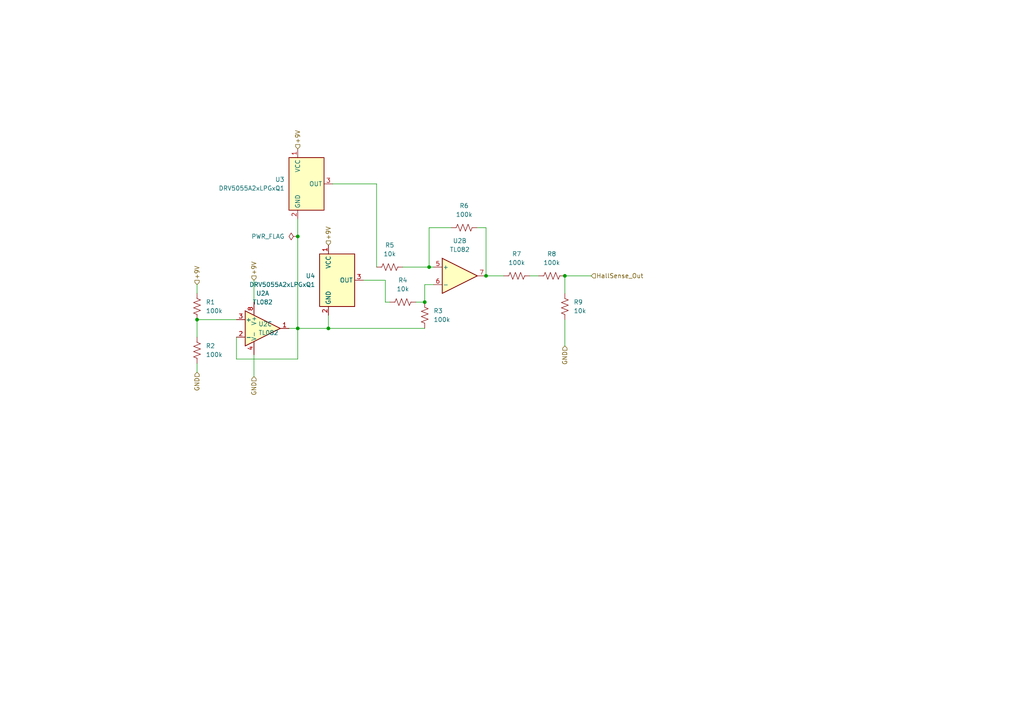
<source format=kicad_sch>
(kicad_sch (version 20250114) (generator "eeschema") (generator_version "9.0")
  (paper "A4")
  (lib_symbols
    (symbol "Amplifier_Operational:TL082" (pin_names (offset 0.127))
      (property "Reference" "U" (at 0 5.08 0))
      (property "Value" "TL082" (at 0 -5.08 0))
      (symbol "TL082_1_1"
        (polyline (pts (xy -5.08 5.08) (xy 5.08 0) (xy -5.08 -5.08) (xy -5.08 5.08)) (stroke (width 0.254)) (fill (type background)))
        (pin input line (at -7.62 2.54 0) (length 2.54) (name "+") (number "3"))
        (pin input line (at -7.62 -2.54 0) (length 2.54) (name "-") (number "2"))
        (pin output line (at 7.62 0 180) (length 2.54) (name "~") (number "1"))
      )
      (symbol "TL082_2_1"
        (polyline (pts (xy -5.08 5.08) (xy 5.08 0) (xy -5.08 -5.08) (xy -5.08 5.08)) (stroke (width 0.254)) (fill (type background)))
        (pin input line (at -7.62 2.54 0) (length 2.54) (name "+") (number "5"))
        (pin input line (at -7.62 -2.54 0) (length 2.54) (name "-") (number "6"))
        (pin output line (at 7.62 0 180) (length 2.54) (name "~") (number "7"))
      )
      (symbol "TL082_3_1"
        (pin power_in line (at -2.54 7.62 270) (length 3.81) (name "V+") (number "8"))
        (pin power_in line (at -2.54 -7.62 90) (length 3.81) (name "V-") (number "4"))
      )
    )
    (symbol "GS_Resistor_0402:R_0402_100k" (pin_numbers (hide yes)) (pin_names (offset 0))
      (property "Reference" "R" (at 2.54 0 90))
      (property "Value" "100k" (at -2.54 0 90))
      (symbol "R_0402_100k_0_1"
        (polyline (pts (xy 0 2.286) (xy 0 2.54)))
        (polyline (pts (xy 0 2.286) (xy 1.016 1.905) (xy 0 1.524) (xy -1.016 1.143) (xy 0 0.762)))
        (polyline (pts (xy 0 0.762) (xy 1.016 0.381) (xy 0 0) (xy -1.016 -0.381) (xy 0 -0.762)))
        (polyline (pts (xy 0 -0.762) (xy 1.016 -1.143) (xy 0 -1.524) (xy -1.016 -1.905) (xy 0 -2.286)))
        (polyline (pts (xy 0 -2.286) (xy 0 -2.54)))
      )
      (symbol "R_0402_100k_1_1"
        (pin passive line (at 0 3.81 270) (length 1.27) (name "~") (number "1"))
        (pin passive line (at 0 -3.81 90) (length 1.27) (name "~") (number "2"))
      )
    )
    (symbol "GS_Resistor_0402:R_0402_10k" (pin_numbers (hide yes)) (pin_names (offset 0))
      (property "Reference" "R" (at 2.54 0 90))
      (property "Value" "10k" (at -2.54 0 90))
      (symbol "R_0402_10k_0_1"
        (polyline (pts (xy 0 2.286) (xy 0 2.54)))
        (polyline (pts (xy 0 2.286) (xy 1.016 1.905) (xy 0 1.524) (xy -1.016 1.143) (xy 0 0.762)))
        (polyline (pts (xy 0 0.762) (xy 1.016 0.381) (xy 0 0) (xy -1.016 -0.381) (xy 0 -0.762)))
        (polyline (pts (xy 0 -0.762) (xy 1.016 -1.143) (xy 0 -1.524) (xy -1.016 -1.905) (xy 0 -2.286)))
        (polyline (pts (xy 0 -2.286) (xy 0 -2.54)))
      )
      (symbol "R_0402_10k_1_1"
        (pin passive line (at 0 3.81 270) (length 1.27) (name "~") (number "1"))
        (pin passive line (at 0 -3.81 90) (length 1.27) (name "~") (number "2"))
      )
    )
    (symbol "Sensor_Magnetic:DRV5055A2xLPGxQ1"
      (property "Reference" "U" (at 5.08 12.7 0))
      (property "Value" "DRV5055A2xLPGxQ1" (at 7.62 10.16 0))
      (symbol "DRV5055A2xLPGxQ1_1_1"
        (rectangle (start -5.08 7.62) (end 5.08 -7.62) (stroke (width 0.254)) (fill (type background)))
        (pin power_in line (at -2.54 10.16 270) (length 2.54) (name "VCC") (number "1"))
        (pin power_in line (at -2.54 -10.16 90) (length 2.54) (name "GND") (number "2"))
        (pin output line (at 7.62 0 180) (length 2.54) (name "OUT") (number "3"))
      )
    )
    (symbol "power:PWR_FLAG" (power) (pin_numbers (hide yes)) (pin_names (offset 0) (hide yes))
      (property "Value" "PWR_FLAG" (at 0 3.81 0))
      (symbol "PWR_FLAG_0_0"
        (pin power_out line (at 0 0 90) (length 0) (name "~") (number "1"))
      )
      (symbol "PWR_FLAG_0_1"
        (polyline (pts (xy 0 0) (xy 0 1.27) (xy -1.016 1.905) (xy 0 2.54) (xy 1.016 1.905) (xy 0 1.27)))
      )
    )
  )
  (junction (at 57.15 92.71))
  (junction (at 163.83 80.01))
  (junction (at 95.25 95.25))
  (junction (at 140.97 80.01))
  (junction (at 86.36 68.58))
  (junction (at 123.19 87.63))
  (junction (at 124.46 77.47))
  (junction (at 86.36 95.25))
  (wire (pts (xy 124.46 77.47) (xy 125.73 77.47)))
  (wire (pts (xy 111.76 81.28) (xy 111.76 87.63)))
  (wire (pts (xy 140.97 66.04) (xy 140.97 80.01)))
  (wire (pts (xy 86.36 63.5) (xy 86.36 68.58)))
  (wire (pts (xy 73.66 81.28) (xy 73.66 87.63)))
  (wire (pts (xy 116.84 77.47) (xy 124.46 77.47)))
  (wire (pts (xy 124.46 66.04) (xy 130.81 66.04)))
  (wire (pts (xy 57.15 82.55) (xy 57.15 85.09)))
  (wire (pts (xy 95.25 91.44) (xy 95.25 95.25)))
  (wire (pts (xy 109.22 53.34) (xy 109.22 77.47)))
  (wire (pts (xy 86.36 95.25) (xy 83.82 95.25)))
  (wire (pts (xy 57.15 92.71) (xy 68.58 92.71)))
  (wire (pts (xy 123.19 82.55) (xy 123.19 87.63)))
  (wire (pts (xy 138.43 66.04) (xy 140.97 66.04)))
  (wire (pts (xy 57.15 105.41) (xy 57.15 107.95)))
  (wire (pts (xy 163.83 92.71) (xy 163.83 100.33)))
  (wire (pts (xy 163.83 80.01) (xy 171.45 80.01)))
  (wire (pts (xy 113.03 87.63) (xy 111.76 87.63)))
  (wire (pts (xy 140.97 80.01) (xy 146.05 80.01)))
  (wire (pts (xy 105.41 81.28) (xy 111.76 81.28)))
  (wire (pts (xy 120.65 87.63) (xy 123.19 87.63)))
  (wire (pts (xy 68.58 104.14) (xy 86.36 104.14)))
  (wire (pts (xy 124.46 77.47) (xy 124.46 66.04)))
  (wire (pts (xy 163.83 80.01) (xy 163.83 85.09)))
  (wire (pts (xy 86.36 68.58) (xy 86.36 95.25)))
  (wire (pts (xy 57.15 92.71) (xy 57.15 97.79)))
  (wire (pts (xy 153.67 80.01) (xy 156.21 80.01)))
  (wire (pts (xy 95.25 95.25) (xy 86.36 95.25)))
  (wire (pts (xy 96.52 53.34) (xy 109.22 53.34)))
  (wire (pts (xy 95.25 95.25) (xy 123.19 95.25)))
  (wire (pts (xy 73.66 109.22) (xy 73.66 102.87)))
  (wire (pts (xy 68.58 104.14) (xy 68.58 97.79)))
  (wire (pts (xy 86.36 104.14) (xy 86.36 95.25)))
  (wire (pts (xy 123.19 82.55) (xy 125.73 82.55)))
  (hierarchical_label "+9V" (shape input) (at 57.15 82.55 90))
  (hierarchical_label "+9V" (shape input) (at 95.25 71.12 90))
  (hierarchical_label "+9V" (shape input) (at 86.36 43.18 90))
  (hierarchical_label "HallSense_Out" (shape input) (at 171.45 80.01 0))
  (hierarchical_label "GND" (shape input) (at 163.83 100.33 270))
  (hierarchical_label "GND" (shape input) (at 57.15 107.95 270))
  (hierarchical_label "+9V" (shape input) (at 73.66 81.28 90))
  (hierarchical_label "GND" (shape input) (at 73.66 109.22 270))
  (symbol (lib_id "GS_Resistor_0402:R_0402_100k") (at 123.19 91.44 0) (unit 1)
    (property "Reference" "R3" (at 125.73 90.1699 0) (effects (justify left)))
    (property "Value" "100k" (at 125.73 92.7099 0) (effects (justify left)))
    (property "Footprint" "Resistor_THT:R_Axial_DIN0309_L9.0mm_D3.2mm_P12.70mm_Horizontal" (effects (hide yes)))
    (property "Datasheet" "https://www.lcsc.com/datasheet/lcsc_datasheet_2205131800_VO-SCR0402J100K_C3017514.pdf" (effects (hide yes)))
    (property "Description" "100k 5% Resistor, 62.5mW Max Power, 50V Max Voltage, 100ppm" (effects (hide yes)))
    (property "Manufacturer" "VO" (effects (hide yes)))
    (property "Mfr. Part #" "SCR0402J100K" (effects (hide yes)))
    (property "LCSC ID" "C3017514" (effects (hide yes)))
    (property "Package" "0402" (effects (hide yes)))
  )
  (symbol (lib_id "GS_Resistor_0402:R_0402_10k") (at 113.03 77.47 90) (unit 1)
    (property "Reference" "R5" (at 113.03 71.12 90))
    (property "Value" "10k" (at 113.03 73.66 90))
    (property "Footprint" "Resistor_THT:R_Axial_DIN0309_L9.0mm_D3.2mm_P12.70mm_Horizontal" (effects (hide yes)))
    (property "Datasheet" "https://www.lcsc.com/datasheet/lcsc_datasheet_2304140030_RALEC-RTT02103JTH_C102759.pdf" (effects (hide yes)))
    (property "Description" "10k 5% Resistor, 62.5mW Max Power, 50V Max Voltage, 100ppm" (effects (hide yes)))
    (property "Manufacturer" "RALEC" (effects (hide yes)))
    (property "Mfr. Part #" "RTT02103JTH" (effects (hide yes)))
    (property "LCSC ID" "C102759" (effects (hide yes)))
    (property "Package" "0402" (effects (hide yes)))
  )
  (symbol (lib_id "GS_Resistor_0402:R_0402_10k") (at 163.83 88.9 0) (unit 1)
    (property "Reference" "R9" (at 166.37 87.6299 0) (effects (justify left)))
    (property "Value" "10k" (at 166.37 90.1699 0) (effects (justify left)))
    (property "Footprint" "Resistor_THT:R_Axial_DIN0309_L9.0mm_D3.2mm_P12.70mm_Horizontal" (effects (hide yes)))
    (property "Datasheet" "https://www.lcsc.com/datasheet/lcsc_datasheet_2304140030_RALEC-RTT02103JTH_C102759.pdf" (effects (hide yes)))
    (property "Description" "10k 5% Resistor, 62.5mW Max Power, 50V Max Voltage, 100ppm" (effects (hide yes)))
    (property "Manufacturer" "RALEC" (effects (hide yes)))
    (property "Mfr. Part #" "RTT02103JTH" (effects (hide yes)))
    (property "LCSC ID" "C102759" (effects (hide yes)))
    (property "Package" "0402" (effects (hide yes)))
  )
  (symbol (lib_id "Amplifier_Operational:TL082") (at 76.2 95.25 0) (unit 1)
    (property "Reference" "U2" (at 76.2 85.09 0))
    (property "Value" "TL082" (at 76.2 87.63 0))
    (property "Footprint" "Package_DIP:DIP-8_W7.62mm" (effects (hide yes)))
    (property "Datasheet" "http://www.ti.com/lit/ds/symlink/tl081.pdf" (effects (hide yes)))
    (property "Description" "Dual JFET-Input Operational Amplifiers, DIP-8/SOIC-8/SSOP-8" (effects (hide yes)))
  )
  (symbol (lib_id "Sensor_Magnetic:DRV5055A2xLPGxQ1") (at 88.9 53.34 0) (unit 1)
    (property "Reference" "U3" (at 82.55 52.0699 0) (effects (justify right)))
    (property "Value" "DRV5055A2xLPGxQ1" (at 82.55 54.6099 0) (effects (justify right)))
    (property "Footprint" "GS_Connectors:JST_XH_S3B-XH-A-1_1x03_P2.50mm_Horizontal" (effects (hide yes)))
    (property "Datasheet" "https://www.ti.com/lit/ds/symlink/drv5055-q1.pdf" (effects (hide yes)))
    (property "Description" "50 mV/mT,±42-mT, 20-kHz, 3.3/5V, TO-92" (effects (hide yes)))
  )
  (symbol (lib_id "GS_Resistor_0402:R_0402_10k") (at 116.84 87.63 90) (unit 1)
    (property "Reference" "R4" (at 116.84 81.28 90))
    (property "Value" "10k" (at 116.84 83.82 90))
    (property "Footprint" "Resistor_THT:R_Axial_DIN0309_L9.0mm_D3.2mm_P12.70mm_Horizontal" (effects (hide yes)))
    (property "Datasheet" "https://www.lcsc.com/datasheet/lcsc_datasheet_2304140030_RALEC-RTT02103JTH_C102759.pdf" (effects (hide yes)))
    (property "Description" "10k 5% Resistor, 62.5mW Max Power, 50V Max Voltage, 100ppm" (effects (hide yes)))
    (property "Manufacturer" "RALEC" (effects (hide yes)))
    (property "Mfr. Part #" "RTT02103JTH" (effects (hide yes)))
    (property "LCSC ID" "C102759" (effects (hide yes)))
    (property "Package" "0402" (effects (hide yes)))
  )
  (symbol (lib_id "power:PWR_FLAG") (at 86.36 68.58 90) (unit 1)
    (property "Reference" "#FLG05" (effects (hide yes)))
    (property "Value" "PWR_FLAG" (at 82.55 68.5799 90) (effects (justify left)))
    (property "Description" "Special symbol for telling ERC where power comes from" (effects (hide yes)))
  )
  (symbol (lib_id "Amplifier_Operational:TL082") (at 133.35 80.01 0) (unit 2)
    (property "Reference" "U2" (at 133.35 69.85 0))
    (property "Value" "TL082" (at 133.35 72.39 0))
    (property "Footprint" "Package_DIP:DIP-8_W7.62mm" (effects (hide yes)))
    (property "Datasheet" "http://www.ti.com/lit/ds/symlink/tl081.pdf" (effects (hide yes)))
    (property "Description" "Dual JFET-Input Operational Amplifiers, DIP-8/SOIC-8/SSOP-8" (effects (hide yes)))
  )
  (symbol (lib_id "GS_Resistor_0402:R_0402_100k") (at 134.62 66.04 90) (unit 1)
    (property "Reference" "R6" (at 134.62 59.69 90))
    (property "Value" "100k" (at 134.62 62.23 90))
    (property "Footprint" "Resistor_THT:R_Axial_DIN0309_L9.0mm_D3.2mm_P12.70mm_Horizontal" (effects (hide yes)))
    (property "Datasheet" "https://www.lcsc.com/datasheet/lcsc_datasheet_2205131800_VO-SCR0402J100K_C3017514.pdf" (effects (hide yes)))
    (property "Description" "100k 5% Resistor, 62.5mW Max Power, 50V Max Voltage, 100ppm" (effects (hide yes)))
    (property "Manufacturer" "VO" (effects (hide yes)))
    (property "Mfr. Part #" "SCR0402J100K" (effects (hide yes)))
    (property "LCSC ID" "C3017514" (effects (hide yes)))
    (property "Package" "0402" (effects (hide yes)))
  )
  (symbol (lib_id "GS_Resistor_0402:R_0402_100k") (at 57.15 101.6 0) (unit 1)
    (property "Reference" "R2" (at 59.69 100.3299 0) (effects (justify left)))
    (property "Value" "100k" (at 59.69 102.8699 0) (effects (justify left)))
    (property "Footprint" "Resistor_THT:R_Axial_DIN0309_L9.0mm_D3.2mm_P12.70mm_Horizontal" (effects (hide yes)))
    (property "Datasheet" "https://www.lcsc.com/datasheet/lcsc_datasheet_2205131800_VO-SCR0402J100K_C3017514.pdf" (effects (hide yes)))
    (property "Description" "100k 5% Resistor, 62.5mW Max Power, 50V Max Voltage, 100ppm" (effects (hide yes)))
    (property "Manufacturer" "VO" (effects (hide yes)))
    (property "Mfr. Part #" "SCR0402J100K" (effects (hide yes)))
    (property "LCSC ID" "C3017514" (effects (hide yes)))
    (property "Package" "0402" (effects (hide yes)))
  )
  (symbol (lib_id "Sensor_Magnetic:DRV5055A2xLPGxQ1") (at 97.79 81.28 0) (unit 1)
    (property "Reference" "U4" (at 91.44 80.0099 0) (effects (justify right)))
    (property "Value" "DRV5055A2xLPGxQ1" (at 91.44 82.5499 0) (effects (justify right)))
    (property "Footprint" "GS_Connectors:JST_XH_S3B-XH-A-1_1x03_P2.50mm_Horizontal" (effects (hide yes)))
    (property "Datasheet" "https://www.ti.com/lit/ds/symlink/drv5055-q1.pdf" (effects (hide yes)))
    (property "Description" "50 mV/mT,±42-mT, 20-kHz, 3.3/5V, TO-92" (effects (hide yes)))
  )
  (symbol (lib_id "GS_Resistor_0402:R_0402_100k") (at 149.86 80.01 90) (unit 1)
    (property "Reference" "R7" (at 149.86 73.66 90))
    (property "Value" "100k" (at 149.86 76.2 90))
    (property "Footprint" "Resistor_THT:R_Axial_DIN0309_L9.0mm_D3.2mm_P12.70mm_Horizontal" (effects (hide yes)))
    (property "Datasheet" "https://www.lcsc.com/datasheet/lcsc_datasheet_2205131800_VO-SCR0402J100K_C3017514.pdf" (effects (hide yes)))
    (property "Description" "100k 5% Resistor, 62.5mW Max Power, 50V Max Voltage, 100ppm" (effects (hide yes)))
    (property "Manufacturer" "VO" (effects (hide yes)))
    (property "Mfr. Part #" "SCR0402J100K" (effects (hide yes)))
    (property "LCSC ID" "C3017514" (effects (hide yes)))
    (property "Package" "0402" (effects (hide yes)))
  )
  (symbol (lib_id "Amplifier_Operational:TL082") (at 76.2 95.25 0) (unit 3)
    (property "Reference" "U2" (at 74.93 93.9799 0) (effects (justify left)))
    (property "Value" "TL082" (at 74.93 96.5199 0) (effects (justify left)))
    (property "Footprint" "Package_DIP:DIP-8_W7.62mm" (effects (hide yes)))
    (property "Datasheet" "http://www.ti.com/lit/ds/symlink/tl081.pdf" (effects (hide yes)))
    (property "Description" "Dual JFET-Input Operational Amplifiers, DIP-8/SOIC-8/SSOP-8" (effects (hide yes)))
  )
  (symbol (lib_id "GS_Resistor_0402:R_0402_100k") (at 160.02 80.01 90) (unit 1)
    (property "Reference" "R8" (at 160.02 73.66 90))
    (property "Value" "100k" (at 160.02 76.2 90))
    (property "Footprint" "Resistor_THT:R_Axial_DIN0309_L9.0mm_D3.2mm_P12.70mm_Horizontal" (effects (hide yes)))
    (property "Datasheet" "https://www.lcsc.com/datasheet/lcsc_datasheet_2205131800_VO-SCR0402J100K_C3017514.pdf" (effects (hide yes)))
    (property "Description" "100k 5% Resistor, 62.5mW Max Power, 50V Max Voltage, 100ppm" (effects (hide yes)))
    (property "Manufacturer" "VO" (effects (hide yes)))
    (property "Mfr. Part #" "SCR0402J100K" (effects (hide yes)))
    (property "LCSC ID" "C3017514" (effects (hide yes)))
    (property "Package" "0402" (effects (hide yes)))
  )
  (symbol (lib_id "GS_Resistor_0402:R_0402_100k") (at 57.15 88.9 0) (unit 1)
    (property "Reference" "R1" (at 59.69 87.6299 0) (effects (justify left)))
    (property "Value" "100k" (at 59.69 90.1699 0) (effects (justify left)))
    (property "Footprint" "Resistor_THT:R_Axial_DIN0309_L9.0mm_D3.2mm_P12.70mm_Horizontal" (effects (hide yes)))
    (property "Datasheet" "https://www.lcsc.com/datasheet/lcsc_datasheet_2205131800_VO-SCR0402J100K_C3017514.pdf" (effects (hide yes)))
    (property "Description" "100k 5% Resistor, 62.5mW Max Power, 50V Max Voltage, 100ppm" (effects (hide yes)))
    (property "Manufacturer" "VO" (effects (hide yes)))
    (property "Mfr. Part #" "SCR0402J100K" (effects (hide yes)))
    (property "LCSC ID" "C3017514" (effects (hide yes)))
    (property "Package" "0402" (effects (hide yes)))
  )
)
</source>
